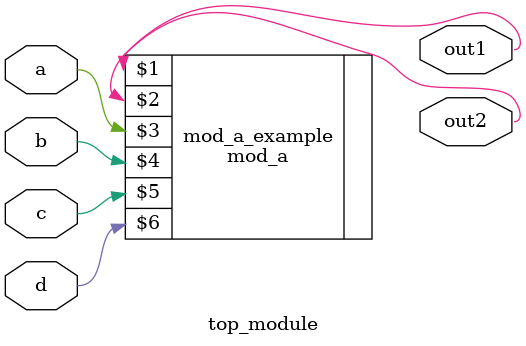
<source format=v>

module top_module (
    input a,
    input b,
    input c,
    input d,
    output out1,
    output out2
);

    mod_a mod_a_example (
        out1, out2,
        a, b, c, d
    );
endmodule

</source>
